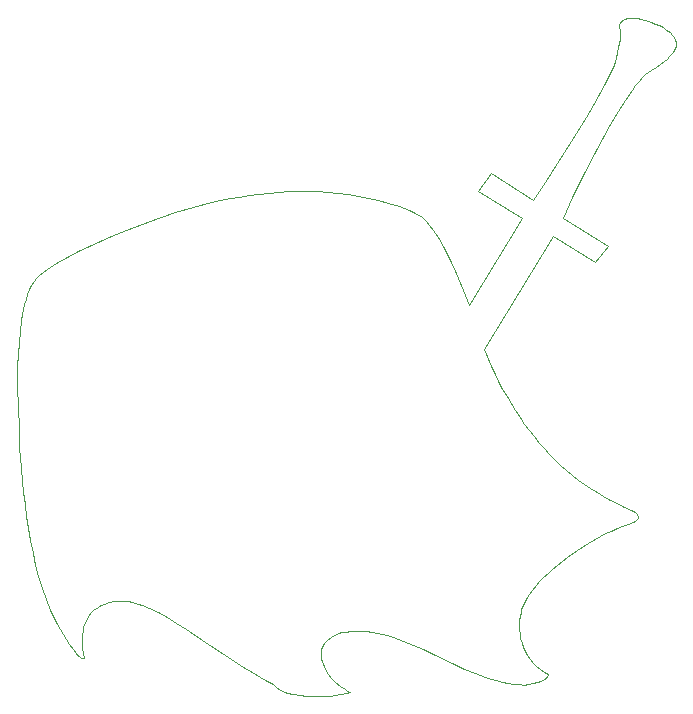
<source format=gbr>
G04 #@! TF.GenerationSoftware,KiCad,Pcbnew,(5.1.2-1)-1*
G04 #@! TF.CreationDate,2019-06-10T18:00:08-04:00*
G04 #@! TF.ProjectId,dc4044,64633430-3434-42e6-9b69-6361645f7063,rev?*
G04 #@! TF.SameCoordinates,Original*
G04 #@! TF.FileFunction,Profile,NP*
%FSLAX46Y46*%
G04 Gerber Fmt 4.6, Leading zero omitted, Abs format (unit mm)*
G04 Created by KiCad (PCBNEW (5.1.2-1)-1) date 2019-06-10 18:00:08*
%MOMM*%
%LPD*%
G04 APERTURE LIST*
%ADD10C,0.100000*%
G04 APERTURE END LIST*
D10*
X132037058Y-114364217D02*
X132172567Y-116200501D01*
X132172567Y-116200501D02*
X132357746Y-118169867D01*
X132357746Y-118169867D02*
X132474301Y-119187862D01*
X132474301Y-119187862D02*
X132609682Y-120219217D01*
X132609682Y-120219217D02*
X132766026Y-121257295D01*
X132766026Y-121257295D02*
X132945467Y-122295458D01*
X132945467Y-122295458D02*
X133150143Y-123327069D01*
X133150143Y-123327069D02*
X133382189Y-124345491D01*
X133382189Y-124345491D02*
X133643742Y-125344088D01*
X133643742Y-125344088D02*
X133936938Y-126316223D01*
X133936938Y-126316223D02*
X134263913Y-127255258D01*
X134263913Y-127255258D02*
X134626804Y-128154556D01*
X134626804Y-128154556D02*
X135027746Y-129007481D01*
X135027746Y-129007481D02*
X135243154Y-129414479D01*
X135243154Y-129414479D02*
X135468876Y-129807395D01*
X135468876Y-129807395D02*
X135996750Y-130673663D01*
X135996750Y-130673663D02*
X136267495Y-131109805D01*
X136267495Y-131109805D02*
X136536492Y-131511937D01*
X136536492Y-131511937D02*
X136799024Y-131853045D01*
X136799024Y-131853045D02*
X136926392Y-131992274D01*
X136926392Y-131992274D02*
X137050377Y-132106117D01*
X137050377Y-132106117D02*
X137170387Y-132191197D01*
X137170387Y-132191197D02*
X137285834Y-132244137D01*
X137285834Y-132244137D02*
X137396128Y-132261567D01*
X137396128Y-132261567D02*
X137500681Y-132240107D01*
X137500681Y-132240107D02*
X137412350Y-131789061D01*
X137412350Y-131789061D02*
X137353110Y-131365243D01*
X137353110Y-131365243D02*
X137321492Y-130967899D01*
X137321492Y-130967899D02*
X137316032Y-130596278D01*
X137316032Y-130596278D02*
X137335252Y-130249626D01*
X137335252Y-130249626D02*
X137377687Y-129927189D01*
X137377687Y-129927189D02*
X137441869Y-129628216D01*
X137441869Y-129628216D02*
X137526329Y-129351952D01*
X137526329Y-129351952D02*
X137629598Y-129097645D01*
X137629598Y-129097645D02*
X137750207Y-128864542D01*
X137750207Y-128864542D02*
X137886687Y-128651889D01*
X137886687Y-128651889D02*
X138037570Y-128458935D01*
X138037570Y-128458935D02*
X138201386Y-128284925D01*
X138201386Y-128284925D02*
X138376668Y-128129107D01*
X138376668Y-128129107D02*
X138561945Y-127990727D01*
X138561945Y-127990727D02*
X138755750Y-127869033D01*
X138755750Y-127869033D02*
X138956613Y-127763272D01*
X138956613Y-127763272D02*
X139163065Y-127672692D01*
X139163065Y-127672692D02*
X139586863Y-127534056D01*
X139586863Y-127534056D02*
X140015392Y-127447106D01*
X140015392Y-127447106D02*
X140436903Y-127405806D01*
X140436903Y-127405806D02*
X140839644Y-127404106D01*
X140839644Y-127404106D02*
X141211865Y-127436056D01*
X141211865Y-127436056D02*
X141541814Y-127495586D01*
X141541814Y-127495586D02*
X141817742Y-127576676D01*
X141817742Y-127576676D02*
X142095537Y-127660046D01*
X142095537Y-127660046D02*
X142392055Y-127766426D01*
X142392055Y-127766426D02*
X143036007Y-128042444D01*
X143036007Y-128042444D02*
X143739100Y-128393151D01*
X143739100Y-128393151D02*
X144490836Y-128806967D01*
X144490836Y-128806967D02*
X145280715Y-129272312D01*
X145280715Y-129272312D02*
X146098241Y-129777604D01*
X146098241Y-129777604D02*
X147774234Y-130861707D01*
X147774234Y-130861707D02*
X149434829Y-131966630D01*
X149434829Y-131966630D02*
X150996037Y-132999725D01*
X150996037Y-132999725D02*
X151713125Y-133460386D01*
X151713125Y-133460386D02*
X152373872Y-133868347D01*
X152373872Y-133868347D02*
X152967778Y-134212029D01*
X152967778Y-134212029D02*
X153484345Y-134479849D01*
X153484345Y-134479849D02*
X153656140Y-134635667D01*
X153656140Y-134635667D02*
X153843737Y-134776153D01*
X153843737Y-134776153D02*
X154045762Y-134901967D01*
X154045762Y-134901967D02*
X154260843Y-135013766D01*
X154260843Y-135013766D02*
X154487605Y-135112206D01*
X154487605Y-135112206D02*
X154724675Y-135197956D01*
X154724675Y-135197956D02*
X155224243Y-135333983D01*
X155224243Y-135333983D02*
X155748558Y-135427113D01*
X155748558Y-135427113D02*
X156286630Y-135482623D01*
X156286630Y-135482623D02*
X156827470Y-135505763D01*
X156827470Y-135505763D02*
X157360090Y-135501763D01*
X157360090Y-135501763D02*
X157873499Y-135475983D01*
X157873499Y-135475983D02*
X158356709Y-135433633D01*
X158356709Y-135433633D02*
X159188571Y-135320317D01*
X159188571Y-135320317D02*
X159767764Y-135203938D01*
X159767764Y-135203938D02*
X159935136Y-135157768D01*
X159935136Y-135157768D02*
X160006376Y-135126628D01*
X160006376Y-135126628D02*
X159785289Y-135026558D01*
X159785289Y-135026558D02*
X159569355Y-134911316D01*
X159569355Y-134911316D02*
X159156589Y-134639814D01*
X159156589Y-134639814D02*
X158775368Y-134321122D01*
X158775368Y-134321122D02*
X158432979Y-133964241D01*
X158432979Y-133964241D02*
X158136712Y-133578170D01*
X158136712Y-133578170D02*
X157893855Y-133171910D01*
X157893855Y-133171910D02*
X157794735Y-132964022D01*
X157794735Y-132964022D02*
X157711695Y-132754461D01*
X157711695Y-132754461D02*
X157645655Y-132544353D01*
X157645655Y-132544353D02*
X157597525Y-132334822D01*
X157597525Y-132334822D02*
X157568215Y-132126994D01*
X157568215Y-132126994D02*
X157558615Y-131921994D01*
X157558615Y-131921994D02*
X157569675Y-131720947D01*
X157569675Y-131720947D02*
X157602285Y-131524977D01*
X157602285Y-131524977D02*
X157657365Y-131335210D01*
X157657365Y-131335210D02*
X157735815Y-131152771D01*
X157735815Y-131152771D02*
X157838551Y-130978784D01*
X157838551Y-130978784D02*
X157966483Y-130814375D01*
X157966483Y-130814375D02*
X158120524Y-130660669D01*
X158120524Y-130660669D02*
X158301583Y-130518791D01*
X158301583Y-130518791D02*
X158510573Y-130389865D01*
X158510573Y-130389865D02*
X158748404Y-130275017D01*
X158748404Y-130275017D02*
X159015987Y-130175377D01*
X159015987Y-130175377D02*
X159314233Y-130092057D01*
X159314233Y-130092057D02*
X159644054Y-130026187D01*
X159644054Y-130026187D02*
X160006360Y-129978897D01*
X160006360Y-129978897D02*
X160473362Y-129959567D01*
X160473362Y-129959567D02*
X160935237Y-129966567D01*
X160935237Y-129966567D02*
X161392376Y-129998337D01*
X161392376Y-129998337D02*
X161845164Y-130053247D01*
X161845164Y-130053247D02*
X162293991Y-130129707D01*
X162293991Y-130129707D02*
X162739245Y-130226107D01*
X162739245Y-130226107D02*
X163181314Y-130340857D01*
X163181314Y-130340857D02*
X163620587Y-130472351D01*
X163620587Y-130472351D02*
X164492294Y-130779166D01*
X164492294Y-130779166D02*
X165357473Y-131133746D01*
X165357473Y-131133746D02*
X166219228Y-131523281D01*
X166219228Y-131523281D02*
X167080666Y-131934965D01*
X167080666Y-131934965D02*
X168815013Y-132773548D01*
X168815013Y-132773548D02*
X169694132Y-133174832D01*
X169694132Y-133174832D02*
X170585355Y-133547034D01*
X170585355Y-133547034D02*
X171491790Y-133877346D01*
X171491790Y-133877346D02*
X171951681Y-134022791D01*
X171951681Y-134022791D02*
X172416540Y-134152961D01*
X172416540Y-134152961D02*
X172886754Y-134266255D01*
X172886754Y-134266255D02*
X173362711Y-134361075D01*
X173362711Y-134361075D02*
X173844801Y-134435815D01*
X173844801Y-134435815D02*
X174333410Y-134488875D01*
X174333410Y-134488875D02*
X174731862Y-134497975D01*
X174731862Y-134497975D02*
X175132035Y-134469205D01*
X175132035Y-134469205D02*
X175520590Y-134404005D01*
X175520590Y-134404005D02*
X175884190Y-134303828D01*
X175884190Y-134303828D02*
X176209496Y-134170118D01*
X176209496Y-134170118D02*
X176483169Y-134004325D01*
X176483169Y-134004325D02*
X176596475Y-133909845D01*
X176596475Y-133909845D02*
X176691875Y-133807891D01*
X176691875Y-133807891D02*
X176767695Y-133698641D01*
X176767695Y-133698641D02*
X176822265Y-133582275D01*
X176822265Y-133582275D02*
X176441192Y-133404105D01*
X176441192Y-133404105D02*
X176093392Y-133188852D01*
X176093392Y-133188852D02*
X175778402Y-132940222D01*
X175778402Y-132940222D02*
X175495757Y-132661921D01*
X175495757Y-132661921D02*
X175244992Y-132357655D01*
X175244992Y-132357655D02*
X175025645Y-132031132D01*
X175025645Y-132031132D02*
X174837250Y-131686056D01*
X174837250Y-131686056D02*
X174679343Y-131326134D01*
X174679343Y-131326134D02*
X174551460Y-130955073D01*
X174551460Y-130955073D02*
X174453140Y-130576579D01*
X174453140Y-130576579D02*
X174383910Y-130194358D01*
X174383910Y-130194358D02*
X174343310Y-129812115D01*
X174343310Y-129812115D02*
X174330880Y-129433558D01*
X174330880Y-129433558D02*
X174346150Y-129062393D01*
X174346150Y-129062393D02*
X174388660Y-128702325D01*
X174388660Y-128702325D02*
X174457950Y-128357062D01*
X174457950Y-128357062D02*
X174535000Y-128066102D01*
X174535000Y-128066102D02*
X174651178Y-127762839D01*
X174651178Y-127762839D02*
X174804485Y-127448806D01*
X174804485Y-127448806D02*
X174992924Y-127125533D01*
X174992924Y-127125533D02*
X175214500Y-126794553D01*
X175214500Y-126794553D02*
X175467219Y-126457398D01*
X175467219Y-126457398D02*
X175749083Y-126115598D01*
X175749083Y-126115598D02*
X176058098Y-125770686D01*
X176058098Y-125770686D02*
X176392269Y-125424193D01*
X176392269Y-125424193D02*
X176749599Y-125077651D01*
X176749599Y-125077651D02*
X177128093Y-124732591D01*
X177128093Y-124732591D02*
X177525757Y-124390546D01*
X177525757Y-124390546D02*
X178370607Y-123721624D01*
X178370607Y-123721624D02*
X179268185Y-123083139D01*
X179268185Y-123083139D02*
X180202529Y-122487344D01*
X180202529Y-122487344D02*
X181157672Y-121946492D01*
X181157672Y-121946492D02*
X181638055Y-121700499D01*
X181638055Y-121700499D02*
X182117652Y-121472837D01*
X182117652Y-121472837D02*
X182594466Y-121265037D01*
X182594466Y-121265037D02*
X183066503Y-121078631D01*
X183066503Y-121078631D02*
X183531767Y-120915151D01*
X183531767Y-120915151D02*
X183988263Y-120776129D01*
X183988263Y-120776129D02*
X184151122Y-120672493D01*
X184151122Y-120672493D02*
X184268627Y-120570432D01*
X184268627Y-120570432D02*
X184345587Y-120470652D01*
X184345587Y-120470652D02*
X184386807Y-120373862D01*
X184386807Y-120373862D02*
X184397097Y-120280762D01*
X184397097Y-120280762D02*
X184381267Y-120192052D01*
X184381267Y-120192052D02*
X184344127Y-120108452D01*
X184344127Y-120108452D02*
X184290477Y-120030652D01*
X184290477Y-120030652D02*
X184152901Y-119895297D01*
X184152901Y-119895297D02*
X184007007Y-119791629D01*
X184007007Y-119791629D02*
X183844132Y-119701929D01*
X183844132Y-119701929D02*
X183231945Y-119445598D01*
X183231945Y-119445598D02*
X182633305Y-119170988D01*
X182633305Y-119170988D02*
X182048060Y-118878255D01*
X182048060Y-118878255D02*
X181476062Y-118567557D01*
X181476062Y-118567557D02*
X180917160Y-118239050D01*
X180917160Y-118239050D02*
X180371203Y-117892889D01*
X180371203Y-117892889D02*
X179838042Y-117529233D01*
X179838042Y-117529233D02*
X179317526Y-117148235D01*
X179317526Y-117148235D02*
X178809505Y-116750055D01*
X178809505Y-116750055D02*
X178313828Y-116334847D01*
X178313828Y-116334847D02*
X177830346Y-115902767D01*
X177830346Y-115902767D02*
X177358909Y-115453974D01*
X177358909Y-115453974D02*
X176899365Y-114988622D01*
X176899365Y-114988622D02*
X176451566Y-114506868D01*
X176451566Y-114506868D02*
X176015360Y-114008869D01*
X176015360Y-114008869D02*
X175590597Y-113494781D01*
X175590597Y-113494781D02*
X175177128Y-112964761D01*
X175177128Y-112964761D02*
X174774802Y-112418964D01*
X174774802Y-112418964D02*
X174383468Y-111857547D01*
X174383468Y-111857547D02*
X174002977Y-111280667D01*
X174002977Y-111280667D02*
X173633179Y-110688480D01*
X173633179Y-110688480D02*
X173273922Y-110081142D01*
X173273922Y-110081142D02*
X172925057Y-109458810D01*
X172925057Y-109458810D02*
X172586434Y-108821641D01*
X172586434Y-108821641D02*
X172257903Y-108169789D01*
X172257903Y-108169789D02*
X171939313Y-107503413D01*
X171939313Y-107503413D02*
X171331355Y-106127711D01*
X171331355Y-106127711D02*
X177165442Y-96518624D01*
X177165442Y-96518624D02*
X180768850Y-98749305D01*
X180768850Y-98749305D02*
X181903168Y-97356812D01*
X181903168Y-97356812D02*
X178023397Y-94974306D01*
X178023397Y-94974306D02*
X178852623Y-93214460D01*
X178852623Y-93214460D02*
X179752701Y-91380900D01*
X179752701Y-91380900D02*
X180855130Y-89237133D01*
X180855130Y-89237133D02*
X181453798Y-88125224D01*
X181453798Y-88125224D02*
X182068941Y-87027325D01*
X182068941Y-87027325D02*
X182689187Y-85973957D01*
X182689187Y-85973957D02*
X183303164Y-84995640D01*
X183303164Y-84995640D02*
X183899503Y-84122895D01*
X183899503Y-84122895D02*
X184187504Y-83735649D01*
X184187504Y-83735649D02*
X184466831Y-83386242D01*
X184466831Y-83386242D02*
X184736063Y-83078488D01*
X184736063Y-83078488D02*
X184993778Y-82816202D01*
X184993778Y-82816202D02*
X185238555Y-82603199D01*
X185238555Y-82603199D02*
X185468972Y-82443295D01*
X185468972Y-82443295D02*
X185886791Y-82187269D01*
X185886791Y-82187269D02*
X186251232Y-81946901D01*
X186251232Y-81946901D02*
X186565353Y-81721257D01*
X186565353Y-81721257D02*
X186832210Y-81509402D01*
X186832210Y-81509402D02*
X187054861Y-81310403D01*
X187054861Y-81310403D02*
X187236365Y-81123326D01*
X187236365Y-81123326D02*
X187379777Y-80947236D01*
X187379777Y-80947236D02*
X187488157Y-80781199D01*
X187488157Y-80781199D02*
X187564557Y-80624280D01*
X187564557Y-80624280D02*
X187612037Y-80475547D01*
X187612037Y-80475547D02*
X187633667Y-80334065D01*
X187633667Y-80334065D02*
X187632467Y-80198900D01*
X187632467Y-80198900D02*
X187611577Y-80069262D01*
X187611577Y-80069262D02*
X187573965Y-79943927D01*
X187573965Y-79943927D02*
X187460905Y-79702866D01*
X187460905Y-79702866D02*
X187386316Y-79585927D01*
X187386316Y-79585927D02*
X187295765Y-79471823D01*
X187295765Y-79471823D02*
X187073045Y-79253246D01*
X187073045Y-79253246D02*
X186805292Y-79049396D01*
X186805292Y-79049396D02*
X186505056Y-78862532D01*
X186505056Y-78862532D02*
X186184883Y-78694914D01*
X186184883Y-78694914D02*
X185857321Y-78548802D01*
X185857321Y-78548802D02*
X185534918Y-78426457D01*
X185534918Y-78426457D02*
X185230221Y-78330138D01*
X185230221Y-78330138D02*
X184627496Y-78163330D01*
X184627496Y-78163330D02*
X184321261Y-78094765D01*
X184321261Y-78094765D02*
X184020385Y-78050420D01*
X184020385Y-78050420D02*
X183731321Y-78041040D01*
X183731321Y-78041040D02*
X183460522Y-78077370D01*
X183460522Y-78077370D02*
X183333990Y-78116034D01*
X183333990Y-78116034D02*
X183214444Y-78170155D01*
X183214444Y-78170155D02*
X183102691Y-78241076D01*
X183102691Y-78241076D02*
X182999539Y-78330140D01*
X182999539Y-78330140D02*
X182858943Y-78501232D01*
X182858943Y-78501232D02*
X182824763Y-78575235D01*
X182824763Y-78575235D02*
X182809063Y-78648665D01*
X182809063Y-78648665D02*
X182816263Y-78815170D01*
X182816263Y-78815170D02*
X182846943Y-79043482D01*
X182846943Y-79043482D02*
X182867463Y-79376333D01*
X182867463Y-79376333D02*
X182844193Y-79856455D01*
X182844193Y-79856455D02*
X182805633Y-80165098D01*
X182805633Y-80165098D02*
X182743513Y-80526583D01*
X182743513Y-80526583D02*
X182653633Y-80946252D01*
X182653633Y-80946252D02*
X182531786Y-81429448D01*
X182531786Y-81429448D02*
X182446326Y-81706373D01*
X182446326Y-81706373D02*
X182330626Y-82018488D01*
X182330626Y-82018488D02*
X182017142Y-82736749D01*
X182017142Y-82736749D02*
X181608620Y-83561157D01*
X181608620Y-83561157D02*
X181122351Y-84468639D01*
X181122351Y-84468639D02*
X180575623Y-85436119D01*
X180575623Y-85436119D02*
X179985729Y-86440525D01*
X179985729Y-86440525D02*
X178745595Y-88467817D01*
X178745595Y-88467817D02*
X177540269Y-90365925D01*
X177540269Y-90365925D02*
X176508069Y-91950257D01*
X176508069Y-91950257D02*
X175516327Y-93439231D01*
X175516327Y-93439231D02*
X171922015Y-91150826D01*
X171922015Y-91150826D02*
X170881798Y-92733100D01*
X170881798Y-92733100D02*
X174591558Y-94974453D01*
X174591558Y-94974453D02*
X170130193Y-102352858D01*
X170130193Y-102352858D02*
X169788361Y-101540581D01*
X169788361Y-101540581D02*
X168961256Y-99657713D01*
X168961256Y-99657713D02*
X168458720Y-98574480D01*
X168458720Y-98574480D02*
X167946460Y-97535204D01*
X167946460Y-97535204D02*
X167461673Y-96643754D01*
X167461673Y-96643754D02*
X167241207Y-96285923D01*
X167241207Y-96285923D02*
X167041558Y-96003999D01*
X167041558Y-96003999D02*
X166704371Y-95584868D01*
X166704371Y-95584868D02*
X166430173Y-95270587D01*
X166430173Y-95270587D02*
X166198870Y-95037964D01*
X166198870Y-95037964D02*
X165990367Y-94863810D01*
X165990367Y-94863810D02*
X165784569Y-94724935D01*
X165784569Y-94724935D02*
X165561383Y-94598150D01*
X165561383Y-94598150D02*
X164982466Y-94288090D01*
X164982466Y-94288090D02*
X164128570Y-93982382D01*
X164128570Y-93982382D02*
X163272854Y-93712662D01*
X163272854Y-93712662D02*
X162415923Y-93477752D01*
X162415923Y-93477752D02*
X161558383Y-93276477D01*
X161558383Y-93276477D02*
X160700840Y-93107658D01*
X160700840Y-93107658D02*
X159843898Y-92970121D01*
X159843898Y-92970121D02*
X158988165Y-92862687D01*
X158988165Y-92862687D02*
X158134245Y-92784177D01*
X158134245Y-92784177D02*
X157282743Y-92733417D01*
X157282743Y-92733417D02*
X156434266Y-92709237D01*
X156434266Y-92709237D02*
X155589419Y-92710437D01*
X155589419Y-92710437D02*
X154748808Y-92735877D01*
X154748808Y-92735877D02*
X153913038Y-92784357D01*
X153913038Y-92784357D02*
X153082714Y-92854707D01*
X153082714Y-92854707D02*
X152258442Y-92945747D01*
X152258442Y-92945747D02*
X151440829Y-93056297D01*
X151440829Y-93056297D02*
X150630478Y-93185184D01*
X150630478Y-93185184D02*
X149827997Y-93331231D01*
X149827997Y-93331231D02*
X149033990Y-93493262D01*
X149033990Y-93493262D02*
X148249063Y-93670099D01*
X148249063Y-93670099D02*
X146708872Y-94063488D01*
X146708872Y-94063488D02*
X145212268Y-94501983D01*
X145212268Y-94501983D02*
X143764095Y-94976173D01*
X143764095Y-94976173D02*
X142369199Y-95476642D01*
X142369199Y-95476642D02*
X141032423Y-95993977D01*
X141032423Y-95993977D02*
X139758613Y-96518765D01*
X139758613Y-96518765D02*
X138874678Y-96910153D01*
X138874678Y-96910153D02*
X137934715Y-97347398D01*
X137934715Y-97347398D02*
X136976577Y-97819070D01*
X136976577Y-97819070D02*
X136038118Y-98313739D01*
X136038118Y-98313739D02*
X135157193Y-98819973D01*
X135157193Y-98819973D02*
X134371656Y-99326343D01*
X134371656Y-99326343D02*
X134026487Y-99576006D01*
X134026487Y-99576006D02*
X133719360Y-99821417D01*
X133719360Y-99821417D02*
X133455008Y-100061145D01*
X133455008Y-100061145D02*
X133238161Y-100293764D01*
X133238161Y-100293764D02*
X133032159Y-100651053D01*
X133032159Y-100651053D02*
X132850259Y-101028152D01*
X132850259Y-101028152D02*
X132690730Y-101423477D01*
X132690730Y-101423477D02*
X132551841Y-101835444D01*
X132551841Y-101835444D02*
X132431863Y-102262470D01*
X132431863Y-102262470D02*
X132329066Y-102702970D01*
X132329066Y-102702970D02*
X132241720Y-103155360D01*
X132241720Y-103155360D02*
X132168094Y-103618056D01*
X132168094Y-103618056D02*
X132055085Y-104568032D01*
X132055085Y-104568032D02*
X131976199Y-105540226D01*
X131976199Y-105540226D02*
X131865434Y-107500579D01*
X131865434Y-107500579D02*
X131838696Y-108301311D01*
X131838696Y-108301311D02*
X131834496Y-109162271D01*
X131834496Y-109162271D02*
X131876179Y-110977117D01*
X131876179Y-110977117D02*
X131955385Y-112769602D01*
X131955385Y-112769602D02*
X132037019Y-114364213D01*
X132037019Y-114364213D02*
X132037019Y-114364213D01*
X132037019Y-114364213D02*
X132037058Y-114364217D01*
M02*

</source>
